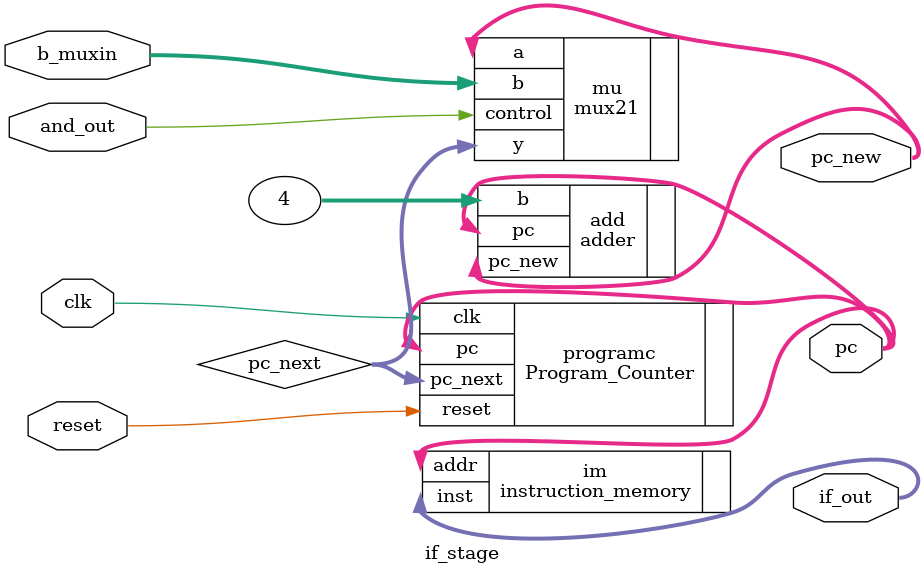
<source format=sv>
module if_stage #(parameter N=32)
(
    input logic clk, and_out, reset, 
    input logic [N-1:0] b_muxin,
    output logic [N-1:0] if_out, pc, pc_new
);

    wire [N-1:0] pc_next;

    (* DONT_TOUCH = "TRUE" *) adder #(N) add (.pc(pc), .b(4), .pc_new(pc_new));
    (* DONT_TOUCH = "TRUE" *) mux21 mu (.a(pc_new), .b(b_muxin), .control(and_out), .y(pc_next));
    (* DONT_TOUCH = "TRUE" *) Program_Counter programc (.pc_next(pc_next), .pc(pc), .clk(clk), .reset(reset));
    (* DONT_TOUCH = "TRUE" *) instruction_memory im (.addr(pc), .inst(if_out));

endmodule

</source>
